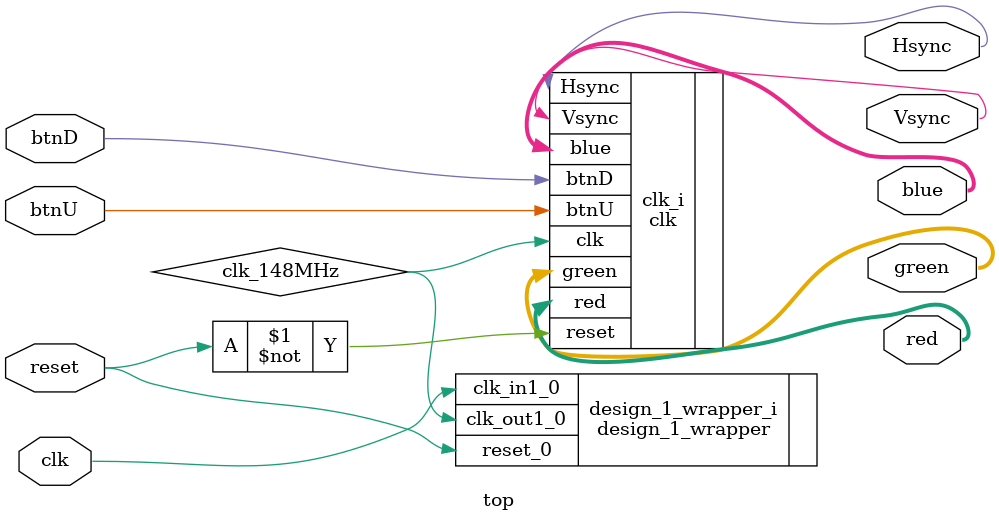
<source format=v>
`timescale 1ns / 1ps


module top(
        input clk,
        input reset,
        input btnU,  
        input btnD,  
 //      input btnL,  
 //      input btnR,  
        output Hsync,
        output Vsync,
        output [3:0] red,
        output [3:0] green,
        output [3:0] blue

 );
 
 wire clk_148MHz;
 
 clk clk_i(
  .clk (clk_148MHz),
  .reset (~reset),
  .Hsync (Hsync),
  .Vsync( Vsync),
   .btnU(btnU),
   .btnD(btnD),
// .btnL(btnL),
// .btnR(btnR),
  .red(red),
  .green(green),
  .blue(blue)
);

    design_1_wrapper design_1_wrapper_i (
       .clk_in1_0  (clk),
        .clk_out1_0  (clk_148MHz),
        .reset_0  (reset)
        );

//reg btn_prev;
//always @(clk or rst) secvential
//if(rst) btn_prev<=12'b0;else
//if(btn //(venit din cons*)
//      ) btn_prev <=1'b1;
//        btn_prev<=1'b0;
        
        

endmodule
</source>
